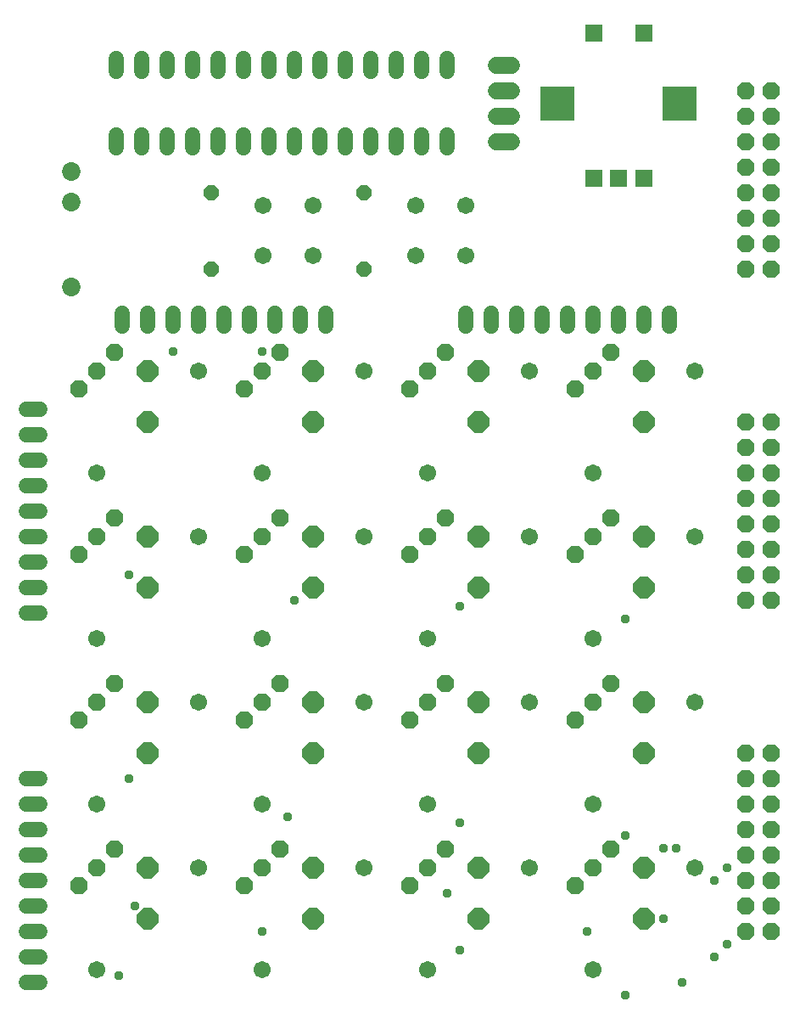
<source format=gbs>
G04 EAGLE Gerber RS-274X export*
G75*
%MOMM*%
%FSLAX34Y34*%
%LPD*%
%INSoldermask Bottom*%
%IPPOS*%
%AMOC8*
5,1,8,0,0,1.08239X$1,22.5*%
G01*
%ADD10P,2.330602X8X22.500000*%
%ADD11P,1.852186X8X67.500000*%
%ADD12C,1.703200*%
%ADD13C,1.853200*%
%ADD14R,1.711200X1.711200*%
%ADD15R,3.419200X3.419200*%
%ADD16C,1.711200*%
%ADD17P,1.869504X8X292.500000*%
%ADD18C,1.524000*%
%ADD19C,1.727200*%
%ADD20P,1.649562X8X112.500000*%
%ADD21P,1.869504X8X112.500000*%
%ADD22C,0.959600*%


D10*
X152400Y584200D03*
X152400Y635000D03*
D11*
X101600Y635000D03*
X83640Y617039D03*
D12*
X203200Y635000D03*
X101600Y533400D03*
D11*
X119561Y652961D03*
D10*
X317500Y584200D03*
X317500Y635000D03*
D11*
X266700Y635000D03*
X248740Y617039D03*
D12*
X368300Y635000D03*
X266700Y533400D03*
D11*
X284661Y652961D03*
D10*
X482600Y584200D03*
X482600Y635000D03*
D11*
X431800Y635000D03*
X413840Y617039D03*
D12*
X533400Y635000D03*
X431800Y533400D03*
D11*
X449761Y652961D03*
D10*
X647700Y584200D03*
X647700Y635000D03*
D11*
X596900Y635000D03*
X578940Y617039D03*
D12*
X698500Y635000D03*
X596900Y533400D03*
D11*
X614861Y652961D03*
D10*
X152400Y419100D03*
X152400Y469900D03*
D11*
X101600Y469900D03*
X83640Y451939D03*
D12*
X203200Y469900D03*
X101600Y368300D03*
D11*
X119561Y487861D03*
D10*
X317500Y419100D03*
X317500Y469900D03*
D11*
X266700Y469900D03*
X248740Y451939D03*
D12*
X368300Y469900D03*
X266700Y368300D03*
D11*
X284661Y487861D03*
D10*
X482600Y419100D03*
X482600Y469900D03*
D11*
X431800Y469900D03*
X413840Y451939D03*
D12*
X533400Y469900D03*
X431800Y368300D03*
D11*
X449761Y487861D03*
D10*
X647700Y419100D03*
X647700Y469900D03*
D11*
X596900Y469900D03*
X578940Y451939D03*
D12*
X698500Y469900D03*
X596900Y368300D03*
D11*
X614861Y487861D03*
D10*
X152400Y254000D03*
X152400Y304800D03*
D11*
X101600Y304800D03*
X83640Y286839D03*
D12*
X203200Y304800D03*
X101600Y203200D03*
D11*
X119561Y322761D03*
D10*
X317500Y254000D03*
X317500Y304800D03*
D11*
X266700Y304800D03*
X248740Y286839D03*
D12*
X368300Y304800D03*
X266700Y203200D03*
D11*
X284661Y322761D03*
D10*
X482600Y254000D03*
X482600Y304800D03*
D11*
X431800Y304800D03*
X413840Y286839D03*
D12*
X533400Y304800D03*
X431800Y203200D03*
D11*
X449761Y322761D03*
D10*
X647700Y254000D03*
X647700Y304800D03*
D11*
X596900Y304800D03*
X578940Y286839D03*
D12*
X698500Y304800D03*
X596900Y203200D03*
D11*
X614861Y322761D03*
D10*
X152400Y88900D03*
X152400Y139700D03*
D11*
X101600Y139700D03*
X83640Y121739D03*
D12*
X203200Y139700D03*
X101600Y38100D03*
D11*
X119561Y157661D03*
D10*
X317500Y88900D03*
X317500Y139700D03*
D11*
X266700Y139700D03*
X248740Y121739D03*
D12*
X368300Y139700D03*
X266700Y38100D03*
D11*
X284661Y157661D03*
D10*
X482600Y88900D03*
X482600Y139700D03*
D11*
X431800Y139700D03*
X413840Y121739D03*
D12*
X533400Y139700D03*
X431800Y38100D03*
D11*
X449761Y157661D03*
D10*
X647700Y88900D03*
X647700Y139700D03*
D11*
X596900Y139700D03*
X578940Y121739D03*
D12*
X698500Y139700D03*
X596900Y38100D03*
D11*
X614861Y157661D03*
D13*
X76200Y718350D03*
X76200Y803350D03*
X76200Y833350D03*
D14*
X597300Y826700D03*
X622300Y826700D03*
X647300Y826700D03*
X597300Y971700D03*
X647300Y971700D03*
D15*
X561300Y901700D03*
X683300Y901700D03*
D16*
X419500Y799700D03*
X419500Y749700D03*
X469500Y749700D03*
X469500Y799700D03*
X267100Y799700D03*
X267100Y749700D03*
X317100Y749700D03*
X317100Y799700D03*
D17*
X749300Y584200D03*
X774700Y584200D03*
X749300Y558800D03*
X774700Y558800D03*
X749300Y533400D03*
X774700Y533400D03*
X749300Y508000D03*
X774700Y508000D03*
X749300Y482600D03*
X774700Y482600D03*
X749300Y457200D03*
X774700Y457200D03*
X749300Y431800D03*
X774700Y431800D03*
X749300Y406400D03*
X774700Y406400D03*
X749300Y254000D03*
X774700Y254000D03*
X749300Y228600D03*
X774700Y228600D03*
X749300Y203200D03*
X774700Y203200D03*
X749300Y177800D03*
X774700Y177800D03*
X749300Y152400D03*
X774700Y152400D03*
X749300Y127000D03*
X774700Y127000D03*
X749300Y101600D03*
X774700Y101600D03*
X749300Y76200D03*
X774700Y76200D03*
D18*
X120650Y856996D02*
X120650Y870204D01*
X146050Y870204D02*
X146050Y856996D01*
X171450Y856996D02*
X171450Y870204D01*
X196850Y870204D02*
X196850Y856996D01*
X222250Y856996D02*
X222250Y870204D01*
X247650Y870204D02*
X247650Y856996D01*
X273050Y856996D02*
X273050Y870204D01*
X298450Y870204D02*
X298450Y856996D01*
X323850Y856996D02*
X323850Y870204D01*
X349250Y870204D02*
X349250Y856996D01*
X374650Y856996D02*
X374650Y870204D01*
X400050Y870204D02*
X400050Y856996D01*
X425450Y856996D02*
X425450Y870204D01*
X450850Y870204D02*
X450850Y856996D01*
X450850Y933196D02*
X450850Y946404D01*
X425450Y946404D02*
X425450Y933196D01*
X400050Y933196D02*
X400050Y946404D01*
X374650Y946404D02*
X374650Y933196D01*
X349250Y933196D02*
X349250Y946404D01*
X323850Y946404D02*
X323850Y933196D01*
X298450Y933196D02*
X298450Y946404D01*
X273050Y946404D02*
X273050Y933196D01*
X247650Y933196D02*
X247650Y946404D01*
X222250Y946404D02*
X222250Y933196D01*
X196850Y933196D02*
X196850Y946404D01*
X171450Y946404D02*
X171450Y933196D01*
X146050Y933196D02*
X146050Y946404D01*
X120650Y946404D02*
X120650Y933196D01*
X44704Y596900D02*
X31496Y596900D01*
X31496Y571500D02*
X44704Y571500D01*
X44704Y546100D02*
X31496Y546100D01*
X31496Y520700D02*
X44704Y520700D01*
X44704Y495300D02*
X31496Y495300D01*
X31496Y469900D02*
X44704Y469900D01*
X44704Y444500D02*
X31496Y444500D01*
X31496Y419100D02*
X44704Y419100D01*
X44704Y393700D02*
X31496Y393700D01*
X31496Y228600D02*
X44704Y228600D01*
X44704Y203200D02*
X31496Y203200D01*
X31496Y177800D02*
X44704Y177800D01*
X44704Y152400D02*
X31496Y152400D01*
X31496Y127000D02*
X44704Y127000D01*
X44704Y101600D02*
X31496Y101600D01*
X31496Y76200D02*
X44704Y76200D01*
X44704Y50800D02*
X31496Y50800D01*
X31496Y25400D02*
X44704Y25400D01*
X127000Y679196D02*
X127000Y692404D01*
X152400Y692404D02*
X152400Y679196D01*
X177800Y679196D02*
X177800Y692404D01*
X203200Y692404D02*
X203200Y679196D01*
X228600Y679196D02*
X228600Y692404D01*
X254000Y692404D02*
X254000Y679196D01*
X279400Y679196D02*
X279400Y692404D01*
X304800Y692404D02*
X304800Y679196D01*
X330200Y679196D02*
X330200Y692404D01*
X469900Y692404D02*
X469900Y679196D01*
X495300Y679196D02*
X495300Y692404D01*
X520700Y692404D02*
X520700Y679196D01*
X546100Y679196D02*
X546100Y692404D01*
X571500Y692404D02*
X571500Y679196D01*
X596900Y679196D02*
X596900Y692404D01*
X622300Y692404D02*
X622300Y679196D01*
X647700Y679196D02*
X647700Y692404D01*
X673100Y692404D02*
X673100Y679196D01*
D19*
X515620Y863600D02*
X500380Y863600D01*
X500380Y889000D02*
X515620Y889000D01*
X515620Y914400D02*
X500380Y914400D01*
X500380Y939800D02*
X515620Y939800D01*
D20*
X215900Y736600D03*
X215900Y812800D03*
X368300Y736600D03*
X368300Y812800D03*
D21*
X774700Y736600D03*
X749300Y736600D03*
X774700Y762000D03*
X749300Y762000D03*
X774700Y787400D03*
X749300Y787400D03*
X774700Y812800D03*
X749300Y812800D03*
X774700Y838200D03*
X749300Y838200D03*
X774700Y863600D03*
X749300Y863600D03*
X774700Y889000D03*
X749300Y889000D03*
X774700Y914400D03*
X749300Y914400D03*
D22*
X177800Y654050D03*
X266700Y654050D03*
X730250Y139700D03*
X730250Y63500D03*
X450850Y114300D03*
X666750Y158750D03*
X666750Y88900D03*
X123042Y31750D03*
X685800Y25400D03*
X679450Y158750D03*
X717550Y127000D03*
X717550Y50800D03*
X590550Y76200D03*
X628650Y387350D03*
X463550Y400050D03*
X298450Y406400D03*
X133350Y431800D03*
X292100Y190500D03*
X463550Y184150D03*
X628650Y171450D03*
X139700Y101600D03*
X266700Y76200D03*
X463550Y57150D03*
X628650Y12700D03*
X133350Y228600D03*
M02*

</source>
